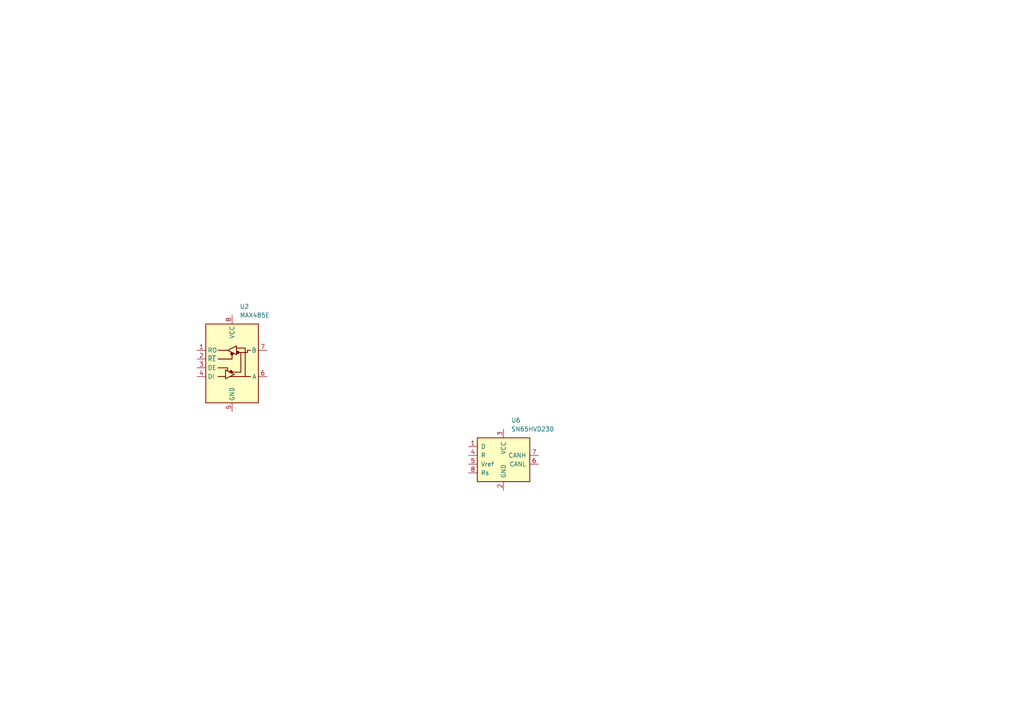
<source format=kicad_sch>
(kicad_sch (version 20231120) (generator "eeschema") (generator_version "8.0")
  (paper "A4")
  (lib_symbols
    (symbol "Interface_CAN_LIN:SN65HVD230" (pin_names (offset 1.016))
      (property "Reference" "U" (at -2.54 10.16 0))
      (property "Value" "SN65HVD230" (at -2.54 7.62 0))
      (symbol "SN65HVD230_0_1"
        (rectangle (start -7.62 5.08) (end 7.62 -7.62) (stroke (width 0.254)) (fill (type background)))
      )
      (symbol "SN65HVD230_1_1"
        (pin input line (at -10.16 2.54 0) (length 2.54) (name "D") (number "1"))
        (pin power_in line (at 0 -10.16 90) (length 2.54) (name "GND") (number "2"))
        (pin power_in line (at 0 7.62 270) (length 2.54) (name "VCC") (number "3"))
        (pin output line (at -10.16 0 0) (length 2.54) (name "R") (number "4"))
        (pin output line (at -10.16 -2.54 0) (length 2.54) (name "Vref") (number "5"))
        (pin bidirectional line (at 10.16 -2.54 180) (length 2.54) (name "CANL") (number "6"))
        (pin bidirectional line (at 10.16 0 180) (length 2.54) (name "CANH") (number "7"))
        (pin input line (at -10.16 -5.08 0) (length 2.54) (name "Rs") (number "8"))
      )
    )
    (symbol "Interface_UART:MAX485E"
      (property "Reference" "U" (at -6.096 11.43 0))
      (property "Value" "MAX485E" (at 0.762 11.43 0))
      (symbol "MAX485E_0_1"
        (rectangle (start -7.62 10.16) (end 7.62 -12.7) (stroke (width 0.254)) (fill (type background)))
        (circle (center -0.3048 -3.683) (radius 0.3556) (stroke (width 0.254)) (fill (type outline)))
        (circle (center -0.0254 1.4986) (radius 0.3556) (stroke (width 0.254)) (fill (type outline)))
        (polyline (pts (xy -4.064 -5.08) (xy -1.905 -5.08)) (stroke (width 0.254)))
        (polyline (pts (xy -4.064 2.54) (xy -1.27 2.54)) (stroke (width 0.254)))
        (polyline (pts (xy -1.27 -3.2004) (xy -1.27 -3.4544)) (stroke (width 0.254)))
        (polyline (pts (xy -0.635 -5.08) (xy 5.334 -5.08)) (stroke (width 0.254)))
        (polyline (pts (xy -4.064 -2.54) (xy -1.27 -2.54) (xy -1.27 -3.175)) (stroke (width 0.254)))
        (polyline (pts (xy 0 1.27) (xy 0 0) (xy -4.064 0)) (stroke (width 0.254)))
        (polyline (pts (xy 1.27 3.175) (xy 3.81 3.175) (xy 3.81 -5.08)) (stroke (width 0.254)))
        (polyline (pts (xy 2.54 1.905) (xy 2.54 -3.81) (xy 0 -3.81)) (stroke (width 0.254)))
        (polyline (pts (xy -1.905 -3.175) (xy -1.905 -5.715) (xy 0.635 -4.445) (xy -1.905 -3.175)) (stroke (width 0.254)))
        (polyline (pts (xy -1.27 2.54) (xy 1.27 3.81) (xy 1.27 1.27) (xy -1.27 2.54)) (stroke (width 0.254)))
        (polyline (pts (xy 1.905 1.905) (xy 4.445 1.905) (xy 4.445 2.54) (xy 5.334 2.54)) (stroke (width 0.254)))
        (rectangle (start 1.27 3.175) (end 1.27 3.175))
        (circle (center 1.651 1.905) (radius 0.3556) (stroke (width 0.254)) (fill (type outline)))
      )
      (symbol "MAX485E_1_1"
        (pin output line (at -10.16 2.54 0) (length 2.54) (name "RO") (number "1"))
        (pin input line (at -10.16 0 0) (length 2.54) (name "~{RE}") (number "2"))
        (pin input line (at -10.16 -2.54 0) (length 2.54) (name "DE") (number "3"))
        (pin input line (at -10.16 -5.08 0) (length 2.54) (name "DI") (number "4"))
        (pin power_in line (at 0 -15.24 90) (length 2.54) (name "GND") (number "5"))
        (pin bidirectional line (at 10.16 -5.08 180) (length 2.54) (name "A") (number "6"))
        (pin bidirectional line (at 10.16 2.54 180) (length 2.54) (name "B") (number "7"))
        (pin power_in line (at 0 12.7 270) (length 2.54) (name "VCC") (number "8"))
      )
    )
  )
  (symbol (lib_id "Interface_CAN_LIN:SN65HVD230") (at 146.05 132.08 0) (unit 1)
    (property "Reference" "U6" (at 148.2441 121.92 0) (effects (justify left)))
    (property "Value" "SN65HVD230" (at 148.2441 124.46 0) (effects (justify left)))
    (property "Footprint" "Package_SO:SOIC-8_3.9x4.9mm_P1.27mm" (effects (hide yes)))
    (property "Datasheet" "http://www.ti.com/lit/ds/symlink/sn65hvd230.pdf" (effects (hide yes)))
    (property "Description" "CAN Bus Transceivers, 3.3V, 1Mbps, Low-Power capabilities, SOIC-8" (effects (hide yes)))
  )
  (symbol (lib_id "Interface_UART:MAX485E") (at 67.31 104.14 0) (unit 1) (exclude_from_sim yes)
    (property "Reference" "U2" (at 69.5041 88.9 0) (effects (justify left)))
    (property "Value" "MAX485E" (at 69.5041 91.44 0) (effects (justify left)))
    (property "Datasheet" "https://datasheets.maximintegrated.com/en/ds/MAX1487E-MAX491E.pdf" (effects (hide yes)))
    (property "Description" "Half duplex RS-485/RS-422, 2.5 Mbps, ±15kV electro-static discharge (ESD) protection, no slew-rate, no low-power shutdown, with receiver/driver enable, 32 receiver drive capability, DIP-8 and SOIC-8" (effects (hide yes)))
  )
)
</source>
